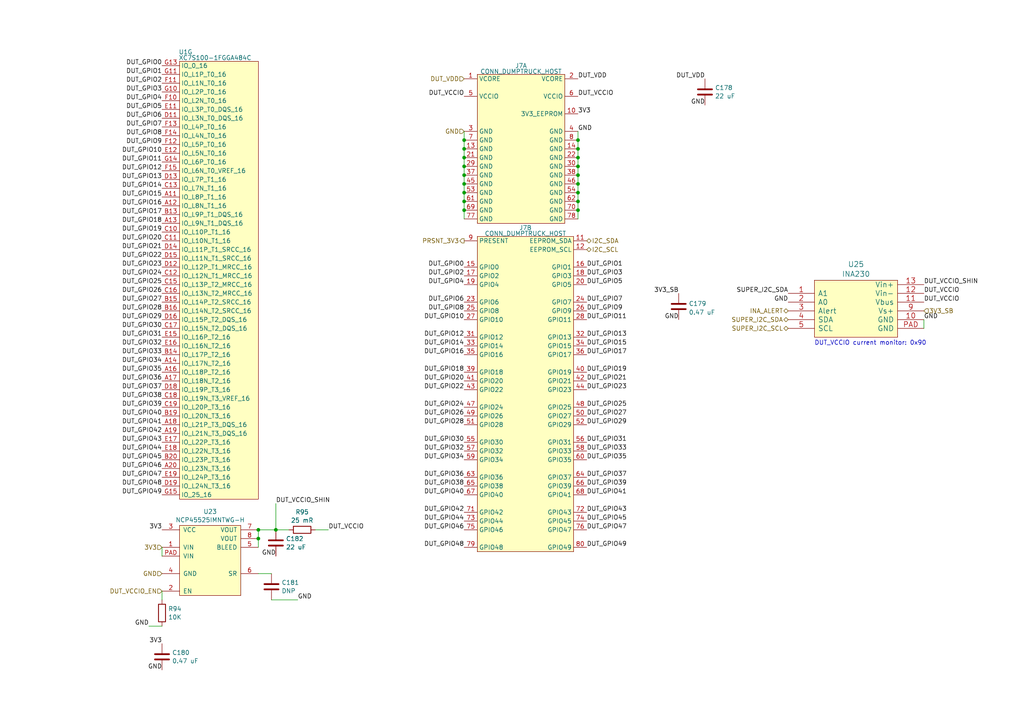
<source format=kicad_sch>
(kicad_sch (version 20231120) (generator "eeschema") (generator_version "8.0")
  (paper "A4")
  (title_block (title "DUMPTRUCK flash dumper") (date "2024-10-18") (rev "0.1") (company "Antikernel Labs") (comment 1 "Andrew D. Zonenberg"))
  (junction (at 167.64 50.8))
  (junction (at 167.64 60.96))
  (junction (at 167.64 58.42))
  (junction (at 167.64 45.72))
  (junction (at 167.64 43.18))
  (junction (at 134.62 40.64))
  (junction (at 74.93 153.67))
  (junction (at 134.62 58.42))
  (junction (at 134.62 48.26))
  (junction (at 134.62 53.34))
  (junction (at 167.64 48.26))
  (junction (at 134.62 45.72))
  (junction (at 167.64 55.88))
  (junction (at 134.62 55.88))
  (junction (at 80.01 153.67))
  (junction (at 167.64 53.34))
  (junction (at 134.62 43.18))
  (junction (at 134.62 50.8))
  (junction (at 167.64 40.64))
  (junction (at 74.93 156.21))
  (junction (at 134.62 60.96))
  (wire (pts (xy 78.74 173.99) (xy 86.36 173.99)))
  (wire (pts (xy 46.99 158.75) (xy 46.99 161.29)))
  (wire (pts (xy 167.64 40.64) (xy 167.64 43.18)))
  (wire (pts (xy 167.64 48.26) (xy 167.64 50.8)))
  (wire (pts (xy 167.64 45.72) (xy 167.64 48.26)))
  (wire (pts (xy 167.64 60.96) (xy 167.64 63.5)))
  (wire (pts (xy 134.62 55.88) (xy 134.62 58.42)))
  (wire (pts (xy 134.62 48.26) (xy 134.62 50.8)))
  (wire (pts (xy 267.97 92.71) (xy 267.97 95.25)))
  (wire (pts (xy 134.62 60.96) (xy 134.62 63.5)))
  (wire (pts (xy 74.93 153.67) (xy 74.93 156.21)))
  (wire (pts (xy 167.64 55.88) (xy 167.64 58.42)))
  (wire (pts (xy 134.62 50.8) (xy 134.62 53.34)))
  (wire (pts (xy 167.64 50.8) (xy 167.64 53.34)))
  (wire (pts (xy 80.01 146.05) (xy 80.01 153.67)))
  (wire (pts (xy 80.01 153.67) (xy 83.82 153.67)))
  (wire (pts (xy 46.99 171.45) (xy 46.99 173.99)))
  (wire (pts (xy 167.64 38.1) (xy 167.64 40.64)))
  (wire (pts (xy 167.64 58.42) (xy 167.64 60.96)))
  (wire (pts (xy 134.62 45.72) (xy 134.62 48.26)))
  (wire (pts (xy 74.93 166.37) (xy 78.74 166.37)))
  (wire (pts (xy 134.62 58.42) (xy 134.62 60.96)))
  (wire (pts (xy 91.44 153.67) (xy 95.25 153.67)))
  (wire (pts (xy 43.18 181.61) (xy 46.99 181.61)))
  (wire (pts (xy 74.93 153.67) (xy 80.01 153.67)))
  (wire (pts (xy 167.64 53.34) (xy 167.64 55.88)))
  (wire (pts (xy 134.62 40.64) (xy 134.62 43.18)))
  (wire (pts (xy 167.64 43.18) (xy 167.64 45.72)))
  (wire (pts (xy 134.62 38.1) (xy 134.62 40.64)))
  (wire (pts (xy 134.62 53.34) (xy 134.62 55.88)))
  (wire (pts (xy 74.93 156.21) (xy 74.93 158.75)))
  (wire (pts (xy 134.62 43.18) (xy 134.62 45.72)))
  (text "DUT_VCCIO current monitor: 0x90" (at 236.22 99.568 0) (effects (font (size 1.27 1.27)) (justify left)))
  (label "DUT_VCCIO_SHIN" (at 80.01 146.05 0))
  (label "DUT_GPIO26" (at 134.62 120.65 180))
  (label "DUT_GPIO45" (at 170.18 151.13 0))
  (label "DUT_GPIO23" (at 46.99 77.47 180))
  (label "DUT_GPIO25" (at 170.18 118.11 0))
  (label "3V3" (at 46.99 153.67 180))
  (label "DUT_GPIO26" (at 46.99 85.09 180))
  (label "DUT_GPIO43" (at 46.99 128.27 180))
  (label "DUT_GPIO31" (at 46.99 97.79 180))
  (label "DUT_GPIO44" (at 46.99 130.81 180))
  (label "DUT_GPIO47" (at 46.99 138.43 180))
  (label "DUT_GPIO49" (at 46.99 143.51 180))
  (label "DUT_GPIO14" (at 46.99 54.61 180))
  (label "GND" (at 43.18 181.61 180))
  (label "GND" (at 196.85 92.71 180))
  (label "DUT_GPIO48" (at 134.62 158.75 180))
  (label "DUT_GPIO41" (at 170.18 143.51 0))
  (label "DUT_GPIO9" (at 46.99 41.91 180))
  (label "DUT_GPIO6" (at 134.62 87.63 180))
  (label "DUT_GPIO7" (at 46.99 36.83 180))
  (label "DUT_GPIO20" (at 46.99 69.85 180))
  (label "DUT_GPIO38" (at 134.62 140.97 180))
  (label "DUT_GPIO18" (at 134.62 107.95 180))
  (label "DUT_GPIO40" (at 134.62 143.51 180))
  (label "GND" (at 228.6 87.63 180))
  (label "DUT_GPIO20" (at 134.62 110.49 180))
  (label "GND" (at 167.64 38.1 0))
  (label "DUT_GPIO25" (at 46.99 82.55 180))
  (label "DUT_VCCIO" (at 167.64 27.94 0))
  (label "DUT_VDD" (at 167.64 22.86 0))
  (label "DUT_GPIO21" (at 46.99 72.39 180))
  (label "SUPER_I2C_SDA" (at 228.6 85.09 180))
  (label "DUT_GPIO13" (at 46.99 52.07 180))
  (label "DUT_GPIO3" (at 170.18 80.01 0))
  (label "DUT_GPIO2" (at 134.62 80.01 180))
  (label "DUT_GPIO11" (at 170.18 92.71 0))
  (label "DUT_GPIO31" (at 170.18 128.27 0))
  (label "DUT_GPIO15" (at 46.99 57.15 180))
  (label "3V3_SB" (at 196.85 85.09 180))
  (label "DUT_GPIO17" (at 170.18 102.87 0))
  (label "DUT_VCCIO_SHIN" (at 267.97 82.55 0))
  (label "DUT_GPIO39" (at 46.99 118.11 180))
  (label "DUT_GPIO36" (at 134.62 138.43 180))
  (label "DUT_VDD" (at 204.47 22.86 180))
  (label "DUT_GPIO45" (at 46.99 133.35 180))
  (label "DUT_GPIO35" (at 46.99 107.95 180))
  (label "DUT_GPIO27" (at 46.99 87.63 180))
  (label "DUT_GPIO29" (at 170.18 123.19 0))
  (label "DUT_GPIO47" (at 170.18 153.67 0))
  (label "GND" (at 80.01 161.29 180))
  (label "DUT_GPIO48" (at 46.99 140.97 180))
  (label "DUT_GPIO29" (at 46.99 92.71 180))
  (label "DUT_GPIO5" (at 46.99 31.75 180))
  (label "DUT_GPIO35" (at 170.18 133.35 0))
  (label "DUT_GPIO28" (at 134.62 123.19 180))
  (label "DUT_GPIO9" (at 170.18 90.17 0))
  (label "DUT_GPIO22" (at 46.99 74.93 180))
  (label "DUT_GPIO33" (at 170.18 130.81 0))
  (label "GND" (at 267.97 92.71 0))
  (label "DUT_GPIO12" (at 134.62 97.79 180))
  (label "DUT_GPIO37" (at 46.99 113.03 180))
  (label "DUT_GPIO34" (at 134.62 133.35 180))
  (label "DUT_GPIO10" (at 134.62 92.71 180))
  (label "DUT_GPIO0" (at 134.62 77.47 180))
  (label "DUT_GPIO40" (at 46.99 120.65 180))
  (label "DUT_GPIO19" (at 46.99 67.31 180))
  (label "DUT_GPIO16" (at 46.99 59.69 180))
  (label "3V3" (at 167.64 33.02 0))
  (label "DUT_GPIO8" (at 134.62 90.17 180))
  (label "DUT_GPIO15" (at 170.18 100.33 0))
  (label "DUT_GPIO42" (at 134.62 148.59 180))
  (label "DUT_GPIO8" (at 46.99 39.37 180))
  (label "DUT_GPIO17" (at 46.99 62.23 180))
  (label "DUT_GPIO41" (at 46.99 123.19 180))
  (label "DUT_GPIO18" (at 46.99 64.77 180))
  (label "DUT_GPIO36" (at 46.99 110.49 180))
  (label "DUT_GPIO32" (at 46.99 100.33 180))
  (label "DUT_GPIO34" (at 46.99 105.41 180))
  (label "DUT_GPIO16" (at 134.62 102.87 180))
  (label "GND" (at 204.47 30.48 180))
  (label "DUT_GPIO11" (at 46.99 46.99 180))
  (label "DUT_GPIO19" (at 170.18 107.95 0))
  (label "DUT_GPIO4" (at 46.99 29.21 180))
  (label "DUT_GPIO23" (at 170.18 113.03 0))
  (label "DUT_GPIO43" (at 170.18 148.59 0))
  (label "DUT_GPIO4" (at 134.62 82.55 180))
  (label "DUT_GPIO44" (at 134.62 151.13 180))
  (label "DUT_GPIO33" (at 46.99 102.87 180))
  (label "DUT_GPIO24" (at 134.62 118.11 180))
  (label "DUT_GPIO5" (at 170.18 82.55 0))
  (label "DUT_GPIO39" (at 170.18 140.97 0))
  (label "DUT_GPIO0" (at 46.99 19.05 180))
  (label "DUT_GPIO30" (at 46.99 95.25 180))
  (label "DUT_VCCIO" (at 134.62 27.94 180))
  (label "DUT_GPIO3" (at 46.99 26.67 180))
  (label "GND" (at 46.99 194.31 180))
  (label "DUT_GPIO2" (at 46.99 24.13 180))
  (label "DUT_GPIO27" (at 170.18 120.65 0))
  (label "DUT_GPIO1" (at 170.18 77.47 0))
  (label "3V3" (at 46.99 186.69 180))
  (label "DUT_GPIO13" (at 170.18 97.79 0))
  (label "DUT_GPIO22" (at 134.62 113.03 180))
  (label "DUT_GPIO21" (at 170.18 110.49 0))
  (label "DUT_GPIO24" (at 46.99 80.01 180))
  (label "DUT_GPIO46" (at 134.62 153.67 180))
  (label "DUT_GPIO32" (at 134.62 130.81 180))
  (label "DUT_GPIO12" (at 46.99 49.53 180))
  (label "DUT_GPIO38" (at 46.99 115.57 180))
  (label "DUT_GPIO30" (at 134.62 128.27 180))
  (label "DUT_VCCIO" (at 267.97 85.09 0))
  (label "DUT_GPIO42" (at 46.99 125.73 180))
  (label "DUT_GPIO28" (at 46.99 90.17 180))
  (label "DUT_GPIO1" (at 46.99 21.59 180))
  (label "DUT_GPIO10" (at 46.99 44.45 180))
  (label "DUT_GPIO6" (at 46.99 34.29 180))
  (label "DUT_GPIO14" (at 134.62 100.33 180))
  (label "DUT_GPIO46" (at 46.99 135.89 180))
  (label "DUT_GPIO49" (at 170.18 158.75 0))
  (label "DUT_VCCIO" (at 95.25 153.67 0))
  (label "DUT_GPIO37" (at 170.18 138.43 0))
  (label "GND" (at 86.36 173.99 0))
  (label "DUT_VCCIO" (at 267.97 87.63 0))
  (label "DUT_GPIO7" (at 170.18 87.63 0))
  (hierarchical_label "PRSNT_3V3" (shape output) (at 134.62 69.85 180))
  (hierarchical_label "I2C_SCL" (shape bidirectional) (at 170.18 72.39 0))
  (hierarchical_label "3V3_SB" (shape input) (at 267.97 90.17 0))
  (hierarchical_label "GND" (shape input) (at 134.62 38.1 180))
  (hierarchical_label "DUT_VCCIO_EN" (shape input) (at 46.99 171.45 180))
  (hierarchical_label "SUPER_I2C_SCL" (shape bidirectional) (at 228.6 95.25 180))
  (hierarchical_label "DUT_VDD" (shape input) (at 134.62 22.86 180))
  (hierarchical_label "INA_ALERT" (shape bidirectional) (at 228.6 90.17 180))
  (hierarchical_label "SUPER_I2C_SDA" (shape bidirectional) (at 228.6 92.71 180))
  (hierarchical_label "I2C_SDA" (shape bidirectional) (at 170.18 69.85 0))
  (hierarchical_label "GND" (shape input) (at 46.99 166.37 180))
  (hierarchical_label "3V3" (shape input) (at 46.99 158.75 180))
  (symbol (lib_id "device:C") (at 78.74 170.18 0) (unit 1)
    (property "Reference" "C181" (at 81.661 168.9678 0) (effects (justify left)))
    (property "Value" "DNP" (at 81.661 171.3921 0) (effects (justify left)))
    (property "Footprint" "azonenberg_pcb:EIA_0402_CAP_NOSILK" (effects (hide yes)))
    (property "Description" "Unpolarized capacitor" (effects (hide yes)))
  )
  (symbol (lib_id "device:C") (at 46.99 190.5 0) (unit 1)
    (property "Reference" "C180" (at 49.911 189.2878 0) (effects (justify left)))
    (property "Value" "0.47 uF" (at 49.911 191.7121 0) (effects (justify left)))
    (property "Footprint" "azonenberg_pcb:EIA_0402_CAP_NOSILK" (effects (hide yes)))
    (property "Description" "Unpolarized capacitor" (effects (hide yes)))
  )
  (symbol (lib_id "device:C") (at 80.01 157.48 0) (unit 1)
    (property "Reference" "C182" (at 82.931 156.2678 0) (effects (justify left)))
    (property "Value" "22 uF" (at 82.931 158.6921 0) (effects (justify left)))
    (property "Footprint" "azonenberg_pcb:EIA_1210_CAP_NOSILK" (effects (hide yes)))
    (property "Description" "Unpolarized capacitor" (effects (hide yes)))
  )
  (symbol (lib_id "power-azonenberg:NCP45525") (at 52.07 172.72 0) (unit 1)
    (property "Reference" "U23" (at 60.96 148.3825 0))
    (property "Value" "NCP45525IMNTWG-H" (at 60.96 150.8068 0))
    (property "Footprint" "azonenberg_pcb:DFN_8_0.5MM_2x2MM" (effects (hide yes)))
  )
  (symbol (lib_id "special-azonenberg:CONN_DUMPTRUCK_HOST") (at 138.43 64.77 0) (unit 1)
    (property "Reference" "J7" (at 151.13 19.0585 0))
    (property "Value" "CONN_DUMPTRUCK_HOST" (at 151.13 20.7399 0))
    (property "Footprint" "azonenberg_pcb:CONN_SAMTEC_BTE-040-01-F-D-A-K" (effects (hide yes)))
  )
  (symbol (lib_id "device:C") (at 204.47 26.67 0) (unit 1)
    (property "Reference" "C178" (at 207.391 25.4578 0) (effects (justify left)))
    (property "Value" "22 uF" (at 207.391 27.8821 0) (effects (justify left)))
    (property "Footprint" "azonenberg_pcb:EIA_1210_CAP_NOSILK" (effects (hide yes)))
    (property "Description" "Unpolarized capacitor" (effects (hide yes)))
  )
  (symbol (lib_id "special-azonenberg:CONN_DUMPTRUCK_HOST") (at 138.43 160.02 0) (unit 2)
    (property "Reference" "J7" (at 152.4 66.0485 0))
    (property "Value" "CONN_DUMPTRUCK_HOST" (at 152.4 67.7299 0))
    (property "Footprint" "azonenberg_pcb:CONN_SAMTEC_BTE-040-01-F-D-A-K" (effects (hide yes)))
  )
  (symbol (lib_id "device:R") (at 46.99 177.8 0) (unit 1)
    (property "Reference" "R94" (at 48.768 176.5878 0) (effects (justify left)))
    (property "Value" "10K" (at 48.768 179.0121 0) (effects (justify left)))
    (property "Footprint" "azonenberg_pcb:EIA_0402_RES_NOSILK" (effects (hide yes)))
    (property "Description" "Resistor" (effects (hide yes)))
  )
  (symbol (lib_id "device:C") (at 196.85 88.9 0) (unit 1)
    (property "Reference" "C179" (at 199.771 88.0653 0) (effects (justify left)))
    (property "Value" "0.47 uF" (at 199.771 90.6022 0) (effects (justify left)))
    (property "Footprint" "azonenberg_pcb:EIA_0402_CAP_NOSILK" (effects (hide yes)))
  )
  (symbol (lib_id "xilinx-azonenberg:XC7Sx-xFGGA484x") (at 52.07 144.78 0) (unit 7)
    (property "Reference" "U1" (at 51.816 15.0826 0) (effects (justify left)))
    (property "Value" "XC7S100-1FGGA484C" (at 51.816 16.764 0) (effects (justify left)))
    (property "Footprint" "azonenberg_pcb:BGA_484_22x22_FULLARRAY_1MM" (effects (hide yes)))
  )
  (symbol (lib_id "special-azonenberg:INA230") (at 248.92 90.17 0) (unit 1)
    (property "Reference" "U25" (at 248.285 76.6496 0) (effects (font (size 1.524 1.524))))
    (property "Value" "INA230" (at 248.285 79.4825 0) (effects (font (size 1.524 1.524))))
    (property "Footprint" "azonenberg_pcb:QFN_16_0.5MM_3x3MM" (effects (hide yes)))
  )
  (symbol (lib_id "passive-azonenberg:R_PWR") (at 87.63 153.67 270) (unit 1)
    (property "Reference" "R95" (at 87.63 148.5095 90))
    (property "Value" "25 mR" (at 87.63 150.9338 90))
    (property "Footprint" "azonenberg_pcb:EIA_0402_RES_NOSILK" (effects (hide yes)))
    (property "Description" "Resistor" (effects (hide yes)))
  )
)
</source>
